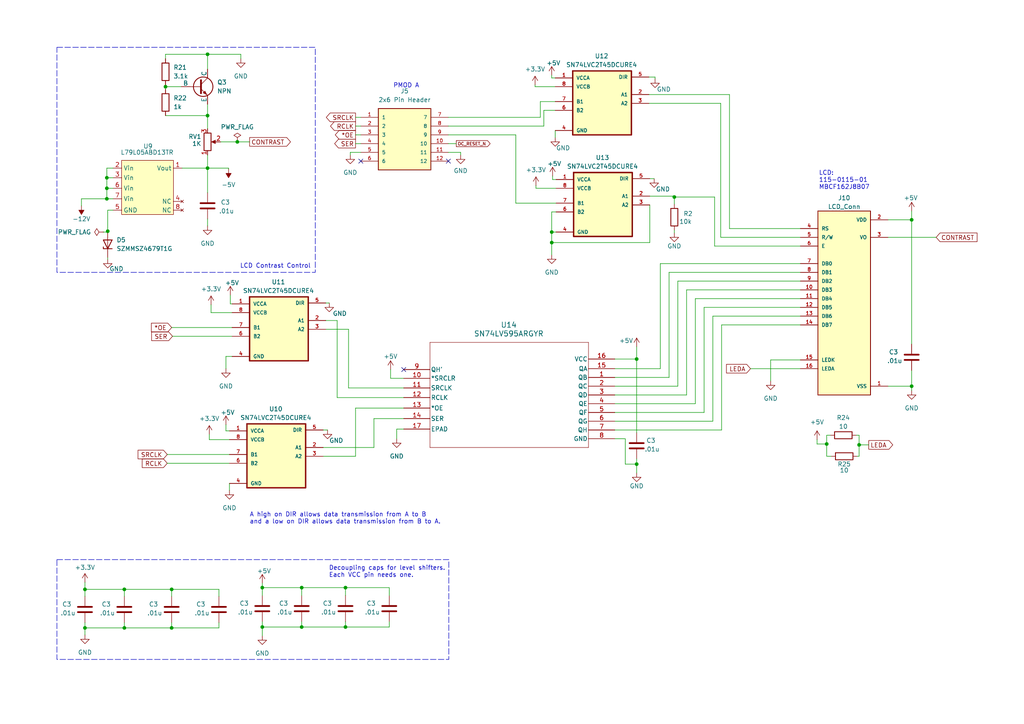
<source format=kicad_sch>
(kicad_sch (version 20230121) (generator eeschema)
  (paper "A4")
  (lib_symbols
    (symbol "CustomSymbols:L79L05ABD13TR"
      (property "Reference" "U10" (at 0 2.794 0))
      (property "Value" "L79L05ABD13TR" (at 0.254 1.016 0))
      (symbol "L79L05ABD13TR_1_1"
        (rectangle (start -7.366 -1.27) (end 7.62 -17.018) (fill (type background)))
        (pin power_out line (at -9.906 -3.556 0) (length 2.54) (name "Vout") (number "1"))
        (pin power_in line (at 10.16 -3.556 180) (length 2.54) (name "Vin") (number "2"))
        (pin power_in line (at 10.16 -6.35 180) (length 2.54) (name "Vin") (number "3"))
        (pin no_connect line (at -9.906 -13.208 0) (length 2.54) (name "NC") (number "4"))
        (pin power_in line (at 10.16 -15.748 180) (length 2.54) (name "GND") (number "5"))
        (pin power_in line (at 10.16 -9.398 180) (length 2.54) (name "Vin") (number "6"))
        (pin power_in line (at 10.16 -12.446 180) (length 2.54) (name "Vin") (number "7"))
        (pin no_connect line (at -9.906 -15.748 0) (length 2.54) (name "NC") (number "8"))
      )
    )
    (symbol "Device:C" (pin_numbers hide) (pin_names (offset 0.254))
      (property "Reference" "C" (at 0.635 2.54 0))
      (property "Value" "C" (at 0.635 -2.54 0))
      (symbol "C_0_1"
        (polyline (pts (xy -2.032 -0.762) (xy 2.032 -0.762)) (stroke (width 0.508)))
        (polyline (pts (xy -2.032 0.762) (xy 2.032 0.762)) (stroke (width 0.508)))
      )
      (symbol "C_1_1"
        (pin passive line (at 0 3.81 270) (length 2.794) (name "~") (number "1"))
        (pin passive line (at 0 -3.81 90) (length 2.794) (name "~") (number "2"))
      )
    )
    (symbol "Device:D_Zener" (pin_numbers hide) (pin_names (offset 1.016) hide)
      (property "Reference" "D" (at 0 2.54 0))
      (property "Value" "D_Zener" (at 0 -2.54 0))
      (symbol "D_Zener_0_1"
        (polyline (pts (xy 1.27 0) (xy -1.27 0)))
        (polyline (pts (xy -1.27 -1.27) (xy -1.27 1.27) (xy -0.762 1.27)) (stroke (width 0.254)))
        (polyline (pts (xy 1.27 -1.27) (xy 1.27 1.27) (xy -1.27 0) (xy 1.27 -1.27)) (stroke (width 0.254)))
      )
      (symbol "D_Zener_1_1"
        (pin passive line (at -3.81 0 0) (length 2.54) (name "K") (number "1"))
        (pin passive line (at 3.81 0 180) (length 2.54) (name "A") (number "2"))
      )
    )
    (symbol "Device:R" (pin_numbers hide) (pin_names (offset 0))
      (property "Reference" "R" (at 2.032 0 90))
      (property "Value" "R" (at 0 0 90))
      (symbol "R_0_1"
        (rectangle (start -1.016 -2.54) (end 1.016 2.54) (stroke (width 0.254)))
      )
      (symbol "R_1_1"
        (pin passive line (at 0 3.81 270) (length 1.27) (name "~") (number "1"))
        (pin passive line (at 0 -3.81 90) (length 1.27) (name "~") (number "2"))
      )
    )
    (symbol "Device:R_Potentiometer" (pin_names (offset 1.016) hide)
      (property "Reference" "RV" (at -4.445 0 90))
      (property "Value" "R_Potentiometer" (at -2.54 0 90))
      (symbol "R_Potentiometer_0_1"
        (polyline (pts (xy 2.54 0) (xy 1.524 0)))
        (polyline (pts (xy 1.143 0) (xy 2.286 0.508) (xy 2.286 -0.508) (xy 1.143 0)) (fill (type outline)))
        (rectangle (start 1.016 2.54) (end -1.016 -2.54) (stroke (width 0.254)))
      )
      (symbol "R_Potentiometer_1_1"
        (pin passive line (at 0 3.81 270) (length 1.27) (name "1") (number "1"))
        (pin passive line (at 3.81 0 180) (length 1.27) (name "2") (number "2"))
        (pin passive line (at 0 -3.81 90) (length 1.27) (name "3") (number "3"))
      )
    )
    (symbol "LCD2X16:LCD2X16" (pin_names (offset 1.016))
      (property "Reference" "U6" (at 0 29.21 0))
      (property "Value" "MBCF162J8B07" (at 0 26.67 0))
      (symbol "LCD2X16_0_0"
        (rectangle (start -7.62 -27.94) (end 7.62 25.4) (stroke (width 0.254)) (fill (type background)))
        (pin power_in line (at 12.7 -25.4 180) (length 5.08) (name "VSS") (number "1"))
        (pin bidirectional line (at -12.7 2.54 0) (length 5.08) (name "DB3") (number "10"))
        (pin bidirectional line (at -12.7 0 0) (length 5.08) (name "DB4") (number "11"))
        (pin bidirectional line (at -12.7 -2.54 0) (length 5.08) (name "DB5") (number "12"))
        (pin bidirectional line (at -12.7 -5.08 0) (length 5.08) (name "DB6") (number "13"))
        (pin bidirectional line (at -12.7 -7.62 0) (length 5.08) (name "DB7") (number "14"))
        (pin power_in line (at 12.7 22.86 180) (length 5.08) (name "VDD") (number "2"))
        (pin input line (at -12.7 20.32 0) (length 5.08) (name "RS") (number "4"))
        (pin input line (at -12.7 17.78 0) (length 5.08) (name "R/W") (number "5"))
        (pin input line (at -12.7 15.24 0) (length 5.08) (name "E") (number "6"))
        (pin bidirectional line (at -12.7 10.16 0) (length 5.08) (name "DB0") (number "7"))
        (pin bidirectional line (at -12.7 7.62 0) (length 5.08) (name "DB1") (number "8"))
        (pin bidirectional line (at -12.7 5.08 0) (length 5.08) (name "DB2") (number "9"))
      )
      (symbol "LCD2X16_1_0"
        (pin passive line (at -12.7 -17.78 0) (length 5.08) (name "LEDK") (number "15"))
        (pin passive line (at -12.7 -20.32 0) (length 5.08) (name "LEDA") (number "16"))
        (pin power_in line (at 12.7 17.78 180) (length 5.08) (name "VO") (number "3"))
      )
    )
    (symbol "SFMC-106-L2-L-D_2" (pin_names (offset 1.016))
      (property "Reference" "J5" (at 0 15.24 0))
      (property "Value" "2x6 Pin Header" (at 0 12.7 0))
      (symbol "SFMC-106-L2-L-D_2_0_0"
        (rectangle (start -7.62 10.16) (end 7.62 -7.62) (stroke (width 0.254)) (fill (type background)))
      )
      (symbol "SFMC-106-L2-L-D_2_1_0"
        (pin passive line (at -12.7 7.62 0) (length 5.08) (name "1") (number "1"))
        (pin passive line (at 12.7 0 180) (length 5.08) (name "10") (number "10"))
        (pin passive line (at 12.7 -2.54 180) (length 5.08) (name "11") (number "11"))
        (pin passive line (at 12.7 -5.08 180) (length 5.08) (name "12") (number "12"))
        (pin passive line (at -12.7 5.08 0) (length 5.08) (name "2") (number "2"))
        (pin passive line (at -12.7 2.54 0) (length 5.08) (name "3") (number "3"))
        (pin passive line (at -12.7 0 0) (length 5.08) (name "4") (number "4"))
        (pin passive line (at -12.7 -2.54 0) (length 5.08) (name "5") (number "5"))
        (pin passive line (at -12.7 -5.08 0) (length 5.08) (name "6") (number "6"))
        (pin passive line (at 12.7 7.62 180) (length 5.08) (name "7") (number "7"))
        (pin passive line (at 12.7 5.08 180) (length 5.08) (name "8") (number "8"))
        (pin passive line (at 12.7 2.54 180) (length 5.08) (name "9") (number "9"))
      )
    )
    (symbol "SN74LV595ARGYR:SN74LV595ARGYR" (pin_names (offset 0.254))
      (property "Reference" "U13" (at 30.48 10.16 0))
      (property "Value" "SN74LV595ARGYR" (at 30.48 7.62 0))
      (symbol "SN74LV595ARGYR_0_1"
        (polyline (pts (xy 7.366 -25.4) (xy 53.34 -25.4)) (stroke (width 0.127)))
        (polyline (pts (xy 7.366 5.08) (xy 7.366 -25.4)) (stroke (width 0.127)))
        (polyline (pts (xy 53.34 -25.4) (xy 53.34 5.08)) (stroke (width 0.127)))
        (polyline (pts (xy 53.34 5.08) (xy 7.366 5.08)) (stroke (width 0.127)))
        (pin output line (at -0.254 -5.08 0) (length 7.62) (name "QB") (number "1"))
        (pin input line (at 60.96 -5.334 180) (length 7.62) (name "*SRCLR") (number "10"))
        (pin input line (at 60.96 -8.128 180) (length 7.62) (name "SRCLK") (number "11"))
        (pin input line (at 60.96 -10.922 180) (length 7.62) (name "RCLK") (number "12"))
        (pin input line (at 60.96 -13.97 180) (length 7.62) (name "*OE") (number "13"))
        (pin input line (at 60.96 -17.018 180) (length 7.62) (name "SER") (number "14"))
        (pin output line (at -0.254 -2.54 0) (length 7.62) (name "QA") (number "15"))
        (pin power_in line (at -0.254 0.254 0) (length 7.62) (name "VCC") (number "16"))
        (pin unspecified line (at 60.96 -20.066 180) (length 7.62) (name "EPAD") (number "17"))
        (pin output line (at -0.254 -7.62 0) (length 7.62) (name "QC") (number "2"))
        (pin output line (at -0.254 -10.16 0) (length 7.62) (name "QD") (number "3"))
        (pin output line (at -0.254 -12.7 0) (length 7.62) (name "QE") (number "4"))
        (pin output line (at -0.254 -15.24 0) (length 7.62) (name "QF") (number "5"))
        (pin output line (at -0.254 -17.78 0) (length 7.62) (name "QG") (number "6"))
        (pin output line (at -0.254 -20.32 0) (length 7.62) (name "QH") (number "7"))
        (pin output line (at 60.96 -2.794 180) (length 7.62) (name "QH'") (number "9"))
      )
      (symbol "SN74LV595ARGYR_1_1"
        (pin power_in line (at -0.254 -22.86 0) (length 7.62) (name "GND") (number "8"))
      )
    )
    (symbol "SN74LVC2T45DCTR_1" (pin_names (offset 1.016))
      (property "Reference" "U11" (at 0 23.368 0))
      (property "Value" "SN74LVC2T45DCTR" (at 0 20.828 0))
      (symbol "SN74LVC2T45DCTR_1_0_0"
        (rectangle (start -8.128 16.256) (end 8.89 -2.286) (stroke (width 0.41)) (fill (type background)))
        (pin power_in line (at 13.97 14.224 180) (length 5.08) (name "VCCA") (number "1"))
        (pin bidirectional line (at -13.208 9.398 0) (length 5.08) (name "A1") (number "2"))
        (pin bidirectional line (at -13.208 6.858 0) (length 5.08) (name "A2") (number "3"))
        (pin power_in line (at 13.97 -1.016 180) (length 5.08) (name "GND") (number "4"))
        (pin input line (at -13.208 14.478 0) (length 5.08) (name "DIR") (number "5"))
        (pin bidirectional line (at 13.97 4.826 180) (length 5.08) (name "B2") (number "6"))
        (pin bidirectional line (at 13.97 7.366 180) (length 5.08) (name "B1") (number "7"))
        (pin power_in line (at 13.97 11.684 180) (length 5.08) (name "VCCB") (number "8"))
      )
    )
    (symbol "Simulation_SPICE:NPN" (pin_numbers hide) (pin_names (offset 0))
      (property "Reference" "Q3" (at 5.334 1.27 0))
      (property "Value" "NPN" (at 5.334 -1.27 0))
      (symbol "NPN_0_1"
        (polyline (pts (xy -2.54 0) (xy 0.635 0)) (stroke (width 0.1524)))
        (polyline (pts (xy 0.635 0.635) (xy 2.54 2.54)))
        (polyline (pts (xy 2.794 -1.27) (xy 2.794 -1.27)) (stroke (width 0.1524)))
        (polyline (pts (xy 2.794 -1.27) (xy 2.794 -1.27)) (stroke (width 0.1524)))
        (polyline (pts (xy 0.635 -0.635) (xy 2.54 -2.54) (xy 2.54 -2.54)))
        (polyline (pts (xy 0.635 1.905) (xy 0.635 -1.905) (xy 0.635 -1.905)) (stroke (width 0.508)))
        (polyline (pts (xy 1.27 -1.778) (xy 1.778 -1.27) (xy 2.286 -2.286) (xy 1.27 -1.778) (xy 1.27 -1.778)) (fill (type outline)))
        (circle (center 1.27 0) (radius 2.8194) (stroke (width 0.254)))
      )
      (symbol "NPN_1_1"
        (pin input line (at 2.54 5.08 270) (length 2.54) (name "C") (number "1"))
        (pin input line (at -5.08 0 0) (length 2.54) (name "B") (number "2"))
        (pin input line (at 2.54 -5.08 90) (length 2.54) (name "E") (number "3"))
      )
    )
    (symbol "power:+3.3V" (power) (pin_names (offset 0))
      (property "Value" "+3.3V" (at 0 3.556 0))
      (symbol "+3.3V_0_1"
        (polyline (pts (xy -0.762 1.27) (xy 0 2.54)))
        (polyline (pts (xy 0 0) (xy 0 2.54)))
        (polyline (pts (xy 0 2.54) (xy 0.762 1.27)))
      )
      (symbol "+3.3V_1_1"
        (pin power_in line (at 0 0 90) (length 0) hide (name "+3.3V") (number "1"))
      )
    )
    (symbol "power:+5V" (power) (pin_names (offset 0))
      (property "Value" "+5V" (at 0 3.556 0))
      (symbol "+5V_0_1"
        (polyline (pts (xy -0.762 1.27) (xy 0 2.54)))
        (polyline (pts (xy 0 0) (xy 0 2.54)))
        (polyline (pts (xy 0 2.54) (xy 0.762 1.27)))
      )
      (symbol "+5V_1_1"
        (pin power_in line (at 0 0 90) (length 0) hide (name "+5V") (number "1"))
      )
    )
    (symbol "power:-12V" (power) (pin_names (offset 0))
      (property "Value" "-12V" (at 0 3.81 0))
      (symbol "-12V_0_0"
        (pin power_in line (at 0 0 90) (length 0) hide (name "-12V") (number "1"))
      )
      (symbol "-12V_0_1"
        (polyline (pts (xy 0 0) (xy 0 1.27) (xy 0.762 1.27) (xy 0 2.54) (xy -0.762 1.27) (xy 0 1.27)) (fill (type outline)))
      )
    )
    (symbol "power:-5V" (power) (pin_names (offset 0))
      (property "Value" "-5V" (at 0 3.81 0))
      (symbol "-5V_0_0"
        (pin power_in line (at 0 0 90) (length 0) hide (name "-5V") (number "1"))
      )
      (symbol "-5V_0_1"
        (polyline (pts (xy 0 0) (xy 0 1.27) (xy 0.762 1.27) (xy 0 2.54) (xy -0.762 1.27) (xy 0 1.27)) (fill (type outline)))
      )
    )
    (symbol "power:GND" (power) (pin_names (offset 0))
      (property "Value" "GND" (at 0 -3.81 0))
      (symbol "GND_0_1"
        (polyline (pts (xy 0 0) (xy 0 -1.27) (xy 1.27 -1.27) (xy 0 -2.54) (xy -1.27 -1.27) (xy 0 -1.27)))
      )
      (symbol "GND_1_1"
        (pin power_in line (at 0 0 270) (length 0) hide (name "GND") (number "1"))
      )
    )
    (symbol "power:PWR_FLAG" (power) (pin_numbers hide) (pin_names (offset 0) hide)
      (property "Value" "PWR_FLAG" (at 0 3.81 0))
      (symbol "PWR_FLAG_0_0"
        (pin power_out line (at 0 0 90) (length 0) (name "pwr") (number "1"))
      )
      (symbol "PWR_FLAG_0_1"
        (polyline (pts (xy 0 0) (xy 0 1.27) (xy -1.016 1.905) (xy 0 2.54) (xy 1.016 1.905) (xy 0 1.27)))
      )
    )
  )
  (junction (at 49.784 182.118))
  (junction (at 160.02 70.358))
  (junction (at 30.988 54.61))
  (junction (at 184.658 104.14))
  (junction (at 76.073 170.434))
  (junction (at 60.198 15.748))
  (junction (at 60.198 48.768))
  (junction (at 264.414 112.014))
  (junction (at 60.198 33.528))
  (junction (at 30.988 57.658))
  (junction (at 68.834 41.148))
  (junction (at 36.068 182.118))
  (junction (at 249.174 129.032))
  (junction (at 100.203 181.864))
  (junction (at 30.988 51.562))
  (junction (at 184.658 134.62))
  (junction (at 49.784 170.942))
  (junction (at 160.02 67.31))
  (junction (at 31.242 67.056))
  (junction (at 24.638 182.118))
  (junction (at 100.203 170.434))
  (junction (at 48.006 25.146))
  (junction (at 36.068 170.942))
  (junction (at 76.073 181.864))
  (junction (at 195.58 57.15))
  (junction (at 264.414 63.754))
  (junction (at 239.776 128.778))
  (junction (at 87.503 170.434))
  (junction (at 24.638 170.942))
  (junction (at 87.503 181.864))
  (no_connect (at 117.094 107.188))
  (no_connect (at 104.648 46.736))
  (no_connect (at 130.048 46.736))
  (wire (pts (xy 87.503 170.434) (xy 87.503 172.72)))
  (wire (pts (xy 24.638 182.118) (xy 24.638 184.15)))
  (wire (pts (xy 48.006 33.528) (xy 60.198 33.528)))
  (wire (pts (xy 94.996 124.714) (xy 93.726 124.714)))
  (wire (pts (xy 66.548 140.208) (xy 66.548 142.24)))
  (wire (pts (xy 60.198 48.768) (xy 60.198 55.88)))
  (wire (pts (xy 189.992 22.352) (xy 189.992 22.86)))
  (wire (pts (xy 207.264 57.15) (xy 207.264 71.374)))
  (wire (pts (xy 155.194 25.146) (xy 161.036 25.146)))
  (wire (pts (xy 66.548 124.968) (xy 65.532 124.968)))
  (wire (pts (xy 188.468 59.436) (xy 188.468 70.358)))
  (wire (pts (xy 76.073 170.434) (xy 76.073 172.72)))
  (wire (pts (xy 60.198 15.748) (xy 60.198 20.066)))
  (wire (pts (xy 103.124 34.036) (xy 104.648 34.036)))
  (wire (pts (xy 115.062 124.46) (xy 115.062 127.254)))
  (wire (pts (xy 209.296 94.234) (xy 232.156 94.234)))
  (wire (pts (xy 195.58 56.896) (xy 195.58 57.15)))
  (wire (pts (xy 178.308 124.714) (xy 209.296 124.714)))
  (wire (pts (xy 32.766 48.768) (xy 30.988 48.768)))
  (wire (pts (xy 32.766 57.658) (xy 30.988 57.658)))
  (wire (pts (xy 178.308 117.094) (xy 201.676 117.094)))
  (wire (pts (xy 60.706 127.508) (xy 66.548 127.508)))
  (wire (pts (xy 178.308 109.474) (xy 194.056 109.474)))
  (wire (pts (xy 112.903 180.34) (xy 112.903 181.864)))
  (wire (pts (xy 209.296 94.234) (xy 209.296 124.714)))
  (wire (pts (xy 161.036 22.606) (xy 160.02 22.606)))
  (wire (pts (xy 103.124 41.656) (xy 104.648 41.656)))
  (wire (pts (xy 188.214 22.352) (xy 189.992 22.352)))
  (wire (pts (xy 156.718 29.464) (xy 161.036 29.464)))
  (wire (pts (xy 209.042 68.834) (xy 232.156 68.834)))
  (wire (pts (xy 76.073 180.34) (xy 76.073 181.864)))
  (wire (pts (xy 36.068 180.594) (xy 36.068 182.118)))
  (wire (pts (xy 103.124 118.364) (xy 117.094 118.364)))
  (wire (pts (xy 93.726 132.334) (xy 103.124 132.334)))
  (wire (pts (xy 87.503 180.34) (xy 87.503 181.864)))
  (wire (pts (xy 191.516 76.454) (xy 191.516 106.934)))
  (wire (pts (xy 206.756 91.694) (xy 232.156 91.694)))
  (wire (pts (xy 195.58 57.15) (xy 207.264 57.15)))
  (wire (pts (xy 217.678 106.934) (xy 232.156 106.934)))
  (wire (pts (xy 97.79 92.964) (xy 97.79 115.316)))
  (wire (pts (xy 249.174 129.032) (xy 251.968 129.032)))
  (wire (pts (xy 60.198 33.528) (xy 60.198 37.338)))
  (wire (pts (xy 113.284 109.728) (xy 117.094 109.728)))
  (wire (pts (xy 49.784 94.996) (xy 67.31 94.996)))
  (wire (pts (xy 184.658 134.62) (xy 184.658 137.16)))
  (wire (pts (xy 24.638 180.594) (xy 24.638 182.118)))
  (wire (pts (xy 100.203 170.434) (xy 100.203 172.72)))
  (wire (pts (xy 178.308 104.14) (xy 184.658 104.14)))
  (wire (pts (xy 30.988 51.562) (xy 30.988 54.61)))
  (wire (pts (xy 36.068 182.118) (xy 49.784 182.118)))
  (wire (pts (xy 195.58 57.15) (xy 195.58 59.182)))
  (wire (pts (xy 236.982 127.508) (xy 236.982 128.778)))
  (wire (pts (xy 60.198 63.5) (xy 60.198 65.532)))
  (wire (pts (xy 108.458 121.412) (xy 117.094 121.412)))
  (wire (pts (xy 196.596 81.534) (xy 232.156 81.534)))
  (wire (pts (xy 178.308 122.174) (xy 206.756 122.174)))
  (wire (pts (xy 60.198 48.768) (xy 66.294 48.768)))
  (wire (pts (xy 161.29 61.468) (xy 160.02 61.468)))
  (wire (pts (xy 178.308 119.634) (xy 204.216 119.634)))
  (wire (pts (xy 160.274 51.054) (xy 160.274 52.07)))
  (wire (pts (xy 87.503 181.864) (xy 76.073 181.864)))
  (wire (pts (xy 49.784 182.118) (xy 63.5 182.118)))
  (wire (pts (xy 181.356 134.62) (xy 184.658 134.62)))
  (wire (pts (xy 24.638 170.942) (xy 24.638 172.974)))
  (wire (pts (xy 204.216 89.154) (xy 232.156 89.154)))
  (wire (pts (xy 60.198 30.226) (xy 60.198 33.528)))
  (wire (pts (xy 130.048 41.656) (xy 132.334 41.656)))
  (wire (pts (xy 97.79 115.316) (xy 117.094 115.316)))
  (wire (pts (xy 64.008 41.148) (xy 68.834 41.148)))
  (wire (pts (xy 160.02 67.31) (xy 160.02 70.358)))
  (wire (pts (xy 133.604 44.196) (xy 133.604 44.958)))
  (wire (pts (xy 30.988 57.658) (xy 23.622 57.658)))
  (wire (pts (xy 66.802 88.138) (xy 67.31 88.138)))
  (wire (pts (xy 211.582 27.432) (xy 211.582 66.294)))
  (wire (pts (xy 69.85 17.018) (xy 69.85 15.748)))
  (wire (pts (xy 101.092 112.522) (xy 117.094 112.522)))
  (wire (pts (xy 194.056 78.994) (xy 194.056 109.474)))
  (wire (pts (xy 184.658 100.584) (xy 184.658 104.14)))
  (wire (pts (xy 155.448 54.61) (xy 155.448 53.848)))
  (wire (pts (xy 66.548 134.366) (xy 48.514 134.366)))
  (wire (pts (xy 207.264 71.374) (xy 232.156 71.374)))
  (wire (pts (xy 240.792 126.238) (xy 239.776 126.238)))
  (wire (pts (xy 66.294 49.022) (xy 66.294 48.768)))
  (wire (pts (xy 194.056 78.994) (xy 232.156 78.994)))
  (wire (pts (xy 189.738 51.816) (xy 188.468 51.816)))
  (wire (pts (xy 161.29 52.07) (xy 160.274 52.07)))
  (wire (pts (xy 50.038 97.536) (xy 67.31 97.536)))
  (wire (pts (xy 249.174 126.238) (xy 248.412 126.238)))
  (wire (pts (xy 103.124 39.116) (xy 104.648 39.116)))
  (wire (pts (xy 36.068 170.942) (xy 49.784 170.942)))
  (wire (pts (xy 113.284 107.188) (xy 113.284 109.728)))
  (wire (pts (xy 52.832 48.768) (xy 60.198 48.768)))
  (wire (pts (xy 188.468 70.358) (xy 160.02 70.358)))
  (wire (pts (xy 31.242 67.31) (xy 31.242 67.056)))
  (wire (pts (xy 160.02 61.468) (xy 160.02 67.31)))
  (wire (pts (xy 178.308 114.554) (xy 199.136 114.554)))
  (wire (pts (xy 76.073 181.864) (xy 76.073 184.404)))
  (wire (pts (xy 156.718 34.036) (xy 130.048 34.036)))
  (wire (pts (xy 63.5 180.594) (xy 63.5 182.118)))
  (wire (pts (xy 31.242 74.676) (xy 31.242 75.184)))
  (wire (pts (xy 184.658 133.096) (xy 184.658 134.62)))
  (wire (pts (xy 117.094 124.46) (xy 115.062 124.46)))
  (wire (pts (xy 32.766 51.562) (xy 30.988 51.562)))
  (wire (pts (xy 257.556 68.834) (xy 271.526 68.834)))
  (wire (pts (xy 49.784 180.594) (xy 49.784 182.118)))
  (wire (pts (xy 76.073 170.434) (xy 87.503 170.434)))
  (wire (pts (xy 30.988 48.768) (xy 30.988 51.562)))
  (wire (pts (xy 201.676 86.614) (xy 201.676 117.094)))
  (wire (pts (xy 248.666 132.334) (xy 249.174 132.334)))
  (wire (pts (xy 108.458 129.794) (xy 108.458 121.412)))
  (wire (pts (xy 24.638 168.91) (xy 24.638 170.942)))
  (wire (pts (xy 264.414 63.754) (xy 264.414 61.214)))
  (wire (pts (xy 223.52 104.394) (xy 232.156 104.394)))
  (wire (pts (xy 188.214 27.432) (xy 211.582 27.432)))
  (wire (pts (xy 101.6 44.958) (xy 101.6 44.196)))
  (wire (pts (xy 94.488 95.504) (xy 101.092 95.504)))
  (wire (pts (xy 160.02 67.31) (xy 161.29 67.31)))
  (wire (pts (xy 223.52 104.394) (xy 223.52 110.49)))
  (wire (pts (xy 161.036 37.846) (xy 161.036 39.878)))
  (wire (pts (xy 48.006 24.638) (xy 48.006 25.146)))
  (wire (pts (xy 48.006 17.018) (xy 48.006 15.748)))
  (wire (pts (xy 31.242 60.96) (xy 31.242 67.056)))
  (wire (pts (xy 155.194 25.146) (xy 155.194 24.638)))
  (wire (pts (xy 60.198 44.958) (xy 60.198 48.768)))
  (wire (pts (xy 195.58 66.802) (xy 195.58 67.564)))
  (wire (pts (xy 87.503 181.864) (xy 100.203 181.864)))
  (wire (pts (xy 211.582 66.294) (xy 232.156 66.294)))
  (wire (pts (xy 188.468 56.896) (xy 195.58 56.896)))
  (wire (pts (xy 249.174 126.238) (xy 249.174 129.032)))
  (wire (pts (xy 61.214 88.392) (xy 61.214 90.678)))
  (wire (pts (xy 257.556 112.014) (xy 264.414 112.014)))
  (wire (pts (xy 87.503 170.434) (xy 100.203 170.434)))
  (wire (pts (xy 201.676 86.614) (xy 232.156 86.614)))
  (wire (pts (xy 264.414 112.014) (xy 264.414 113.284)))
  (wire (pts (xy 249.174 129.032) (xy 249.174 132.334)))
  (wire (pts (xy 48.514 131.826) (xy 66.548 131.826)))
  (wire (pts (xy 100.203 181.864) (xy 112.903 181.864)))
  (wire (pts (xy 65.532 103.378) (xy 67.31 103.378)))
  (wire (pts (xy 204.216 89.154) (xy 204.216 119.634)))
  (wire (pts (xy 36.068 182.118) (xy 24.638 182.118)))
  (wire (pts (xy 199.136 84.074) (xy 232.156 84.074)))
  (wire (pts (xy 32.766 54.61) (xy 30.988 54.61)))
  (wire (pts (xy 178.308 106.934) (xy 191.516 106.934)))
  (wire (pts (xy 30.988 54.61) (xy 30.988 57.658)))
  (wire (pts (xy 206.756 91.694) (xy 206.756 122.174)))
  (wire (pts (xy 199.136 84.074) (xy 199.136 114.554)))
  (wire (pts (xy 157.734 36.576) (xy 130.048 36.576)))
  (wire (pts (xy 149.606 58.928) (xy 161.29 58.928)))
  (wire (pts (xy 149.606 39.116) (xy 149.606 58.928)))
  (wire (pts (xy 209.042 29.972) (xy 209.042 68.834)))
  (wire (pts (xy 63.5 172.974) (xy 63.5 170.942)))
  (wire (pts (xy 188.214 29.972) (xy 209.042 29.972)))
  (wire (pts (xy 103.124 132.334) (xy 103.124 118.364)))
  (wire (pts (xy 93.726 129.794) (xy 108.458 129.794)))
  (wire (pts (xy 94.488 92.964) (xy 97.79 92.964)))
  (wire (pts (xy 191.516 76.454) (xy 232.156 76.454)))
  (wire (pts (xy 257.556 63.754) (xy 264.414 63.754)))
  (wire (pts (xy 239.776 132.334) (xy 241.046 132.334)))
  (wire (pts (xy 69.85 15.748) (xy 60.198 15.748)))
  (wire (pts (xy 76.073 169.164) (xy 76.073 170.434)))
  (wire (pts (xy 155.448 54.61) (xy 161.29 54.61)))
  (wire (pts (xy 239.776 126.238) (xy 239.776 128.778)))
  (wire (pts (xy 178.308 112.014) (xy 196.596 112.014)))
  (wire (pts (xy 94.488 87.884) (xy 95.504 87.884)))
  (wire (pts (xy 196.596 81.534) (xy 196.596 112.014)))
  (wire (pts (xy 178.308 127.254) (xy 181.356 127.254)))
  (wire (pts (xy 103.124 36.576) (xy 104.648 36.576)))
  (wire (pts (xy 112.903 170.434) (xy 112.903 172.72)))
  (wire (pts (xy 65.532 123.19) (xy 65.532 124.968)))
  (wire (pts (xy 157.734 32.004) (xy 161.036 32.004)))
  (wire (pts (xy 100.203 170.434) (xy 112.903 170.434)))
  (wire (pts (xy 60.706 127.508) (xy 60.706 125.984)))
  (wire (pts (xy 157.734 32.004) (xy 157.734 36.576)))
  (wire (pts (xy 160.02 70.358) (xy 160.02 73.914)))
  (wire (pts (xy 156.718 29.464) (xy 156.718 34.036)))
  (wire (pts (xy 101.092 95.504) (xy 101.092 112.522)))
  (wire (pts (xy 181.356 134.62) (xy 181.356 127.254)))
  (wire (pts (xy 160.02 21.844) (xy 160.02 22.606)))
  (wire (pts (xy 61.214 90.678) (xy 67.31 90.678)))
  (wire (pts (xy 68.834 41.148) (xy 72.39 41.148)))
  (wire (pts (xy 29.972 67.31) (xy 31.242 67.31)))
  (wire (pts (xy 49.784 170.942) (xy 63.5 170.942)))
  (wire (pts (xy 49.784 172.974) (xy 49.784 170.942)))
  (wire (pts (xy 239.776 128.778) (xy 239.776 132.334)))
  (wire (pts (xy 48.006 25.146) (xy 48.006 25.908)))
  (wire (pts (xy 130.048 44.196) (xy 133.604 44.196)))
  (wire (pts (xy 130.048 39.116) (xy 149.606 39.116)))
  (wire (pts (xy 48.006 15.748) (xy 60.198 15.748)))
  (wire (pts (xy 264.414 63.754) (xy 264.414 99.822)))
  (wire (pts (xy 101.6 44.196) (xy 104.648 44.196)))
  (wire (pts (xy 36.068 172.974) (xy 36.068 170.942)))
  (wire (pts (xy 100.203 180.34) (xy 100.203 181.864)))
  (wire (pts (xy 48.006 25.146) (xy 52.578 25.146)))
  (wire (pts (xy 24.638 170.942) (xy 36.068 170.942)))
  (wire (pts (xy 65.532 103.378) (xy 65.532 106.934)))
  (wire (pts (xy 23.622 57.658) (xy 23.622 59.69)))
  (wire (pts (xy 184.658 104.14) (xy 184.658 125.476)))
  (wire (pts (xy 66.802 85.598) (xy 66.802 88.138)))
  (wire (pts (xy 264.414 107.442) (xy 264.414 112.014)))
  (wire (pts (xy 32.766 60.96) (xy 31.242 60.96)))
  (wire (pts (xy 236.982 128.778) (xy 239.776 128.778)))
  (rectangle (start 16.51 13.716) (end 91.44 78.994) (stroke (width 0) (type dash)))
  (rectangle (start 16.51 162.306) (end 130.175 191.262) (stroke (width 0) (type dash)))
  (text "Decoupling caps for level shifters.\nEach VCC pin needs one.\n" (at 95.377 167.64 0) (effects (font (size 1.27 1.27)) (justify left bottom)))
  (text "\n" (at 121.666 128.524 0) (effects (font (size 1.27 1.27)) (justify left bottom)))
  (text "LCD Contrast Control" (at 69.596 77.978 0) (effects (font (size 1.27 1.27)) (justify left bottom)))
  (text "LCD:\n115-0115-01\nMBCF162J8B07" (at 237.49 55.118 0) (effects (font (size 1.27 1.27)) (justify left bottom)))
  (text "A high on DIR allows data transmission from A to B \nand a low on DIR allows data transmission from B to A.\n" (at 72.39 152.146 0) (effects (font (size 1.27 1.27)) (justify left bottom)))
  (text "PMOD A" (at 114.046 25.654 0) (effects (font (size 1.27 1.27)) (justify left bottom)))
  (global_label "SRCLK" (shape output) (at 103.124 34.036 180) (property "Intersheetrefs" "${INTERSHEET_REFS}" (effects hide)))
  (global_label "*OE" (shape output) (at 103.124 39.116 180) (property "Intersheetrefs" "${INTERSHEET_REFS}" (effects hide)))
  (global_label "OC_RESET_N" (shape output) (at 132.334 41.656 0) (effects (font (size 0.889 0.889))) (property "Intersheetrefs" "${INTERSHEET_REFS}" (effects hide)))
  (global_label "CONTRAST" (shape input) (at 271.526 68.834 0) (property "Intersheetrefs" "${INTERSHEET_REFS}" (effects hide)))
  (global_label "SER" (shape input) (at 50.038 97.536 180) (property "Intersheetrefs" "${INTERSHEET_REFS}" (effects hide)))
  (global_label "RCLK" (shape input) (at 48.514 134.366 180) (property "Intersheetrefs" "${INTERSHEET_REFS}" (effects hide)))
  (global_label "LEDA" (shape output) (at 251.968 129.032 0) (property "Intersheetrefs" "${INTERSHEET_REFS}" (effects hide)))
  (global_label "CONTRAST" (shape output) (at 72.39 41.148 0) (property "Intersheetrefs" "${INTERSHEET_REFS}" (effects hide)))
  (global_label "RCLK" (shape output) (at 103.124 36.576 180) (property "Intersheetrefs" "${INTERSHEET_REFS}" (effects hide)))
  (global_label "*OE" (shape input) (at 49.784 94.996 180) (property "Intersheetrefs" "${INTERSHEET_REFS}" (effects hide)))
  (global_label "LEDA" (shape input) (at 217.678 106.934 180) (property "Intersheetrefs" "${INTERSHEET_REFS}" (effects hide)))
  (global_label "SRCLK" (shape input) (at 48.514 131.826 180) (property "Intersheetrefs" "${INTERSHEET_REFS}" (effects hide)))
  (global_label "SER" (shape output) (at 103.124 41.656 180) (property "Intersheetrefs" "${INTERSHEET_REFS}" (effects hide)))
  (symbol (lib_id "power:+5V") (at 160.274 51.054 0) (mirror y) (unit 1)
    (property "Reference" "#PWR074" (effects hide))
    (property "Value" "+5V" (at 160.782 47.498 0))
    (instances (project "FullSchematic" (path "" (reference "#PWR074") (unit 1))) (project "Senior Design HMI Schematic R2 20230722_MB" (path "" (reference "#PWR033") (unit 1)) (path "" (reference "#PWR041") (unit 1))))
  )
  (symbol (lib_id "power:GND") (at 189.992 22.86 0) (mirror y) (unit 1)
    (property "Reference" "#PWR079" (effects hide))
    (property "Value" "GND" (at 192.532 25.908 0))
    (instances (project "FullSchematic" (path "" (reference "#PWR079") (unit 1))) (project "Senior Design HMI Schematic R2 20230722_MB" (path "" (reference "#PWR08") (unit 1)) (path "" (reference "#PWR036") (unit 1))))
  )
  (symbol (lib_id "power:+5V") (at 76.073 169.164 0) (mirror y) (unit 1)
    (property "Reference" "#PWR062" (effects hide))
    (property "Value" "+5V" (at 76.581 165.608 0))
    (instances (project "FullSchematic" (path "" (reference "#PWR062") (unit 1))) (project "Senior Design HMI Schematic R2 20230722_MB" (path "" (reference "#PWR033") (unit 1)) (path "" (reference "#PWR041") (unit 1))))
  )
  (symbol (lib_id "power:GND") (at 69.85 17.018 0) (unit 1)
    (property "Reference" "#PWR061" (effects hide))
    (property "Value" "GND" (at 69.85 22.098 0))
    (instances (project "FullSchematic" (path "" (reference "#PWR061") (unit 1))) (project "Senior Design HMI Schematic R2 20230722_MB" (path "" (reference "#PWR08") (unit 1)) (path "" (reference "#PWR036") (unit 1))))
  )
  (symbol (lib_id "Device:R") (at 48.006 20.828 180) (unit 1)
    (property "Reference" "R21" (at 50.292 19.558 0) (effects (justify right)))
    (property "Value" "3.1k" (at 50.292 22.098 0) (effects (justify right)))
    (property "Footprint" "Resistor_SMD:R_1206_3216Metric" (effects hide))
    (property "SEL P/N" "255-3011" (effects hide))
    (property "MFG P/N" "CRCW12063K01FKEB" (effects hide))
    (instances (project "FullSchematic" (path "" (reference "R21") (unit 1))) (project "Senior Design HMI Schematic R2 20230722_MB" (path "" (reference "R24") (unit 1)) (path "" (reference "R36") (unit 1))))
  )
  (symbol (lib_id "power:GND") (at 133.604 44.958 0) (unit 1)
    (property "Reference" "#PWR069" (effects hide))
    (property "Value" "GND" (at 133.604 49.53 0))
    (instances (project "FullSchematic" (path "" (reference "#PWR069") (unit 1))) (project "Senior Design HMI Schematic R2 20230722_MB" (path "" (reference "#PWR010") (unit 1)) (path "" (reference "#PWR040") (unit 1))))
  )
  (symbol (lib_id "Device:C") (at 100.203 176.53 0) (unit 1)
    (property "Reference" "C3" (at 93.599 175.006 0) (effects (justify left)))
    (property "Value" ".01u" (at 93.091 177.546 0) (effects (justify left)))
    (property "Footprint" "Capacitor_SMD:C_0805_2012Metric" (effects hide))
    (property "SEL P/N" "406-0345" (effects hide))
    (property "MFG P/N" "C0805C103F5GACTU" (effects hide))
    (instances (project "FullSchematic" (path "" (reference "C3") (unit 1)) (path "" (reference "C30") (unit 1))) (project "Senior Design HMI Schematic R2 20230722_MB" (path "" (reference "C1") (unit 1)) (path "" (reference "C1") (unit 1))))
  )
  (symbol (lib_id "power:PWR_FLAG") (at 29.972 67.31 90) (unit 1)
    (property "Reference" "#FLG08" (effects hide))
    (property "Value" "PWR_FLAG" (at 26.416 67.31 90) (effects (justify left)))
  )
  (symbol (lib_id "power:GND") (at 66.548 142.24 0) (mirror y) (unit 1)
    (property "Reference" "#PWR059" (effects hide))
    (property "Value" "GND" (at 66.548 147.32 0))
    (instances (project "FullSchematic" (path "" (reference "#PWR059") (unit 1))) (project "Senior Design HMI Schematic R2 20230722_MB" (path "" (reference "#PWR08") (unit 1)) (path "" (reference "#PWR036") (unit 1))))
  )
  (symbol (lib_id "power:+5V") (at 264.414 61.214 0) (unit 1)
    (property "Reference" "#PWR083" (effects hide))
    (property "Value" "+5V" (at 264.16 57.404 0))
    (instances (project "FullSchematic" (path "" (reference "#PWR083") (unit 1))) (project "Senior Design HMI Schematic R2 20230722_MB" (path "" (reference "#PWR05") (unit 1)) (path "" (reference "#PWR047") (unit 1))))
  )
  (symbol (lib_id "Device:R") (at 48.006 29.718 180) (unit 1)
    (property "Reference" "R22" (at 50.292 28.448 0) (effects (justify right)))
    (property "Value" "1k" (at 50.292 30.988 0) (effects (justify right)))
    (property "Footprint" "Resistor_SMD:R_0603_1608Metric" (effects hide))
    (property "SEL P/N" "254-0034" (effects hide))
    (property "MFG P/N" "RN731JTTED1001B25" (effects hide))
    (instances (project "FullSchematic" (path "" (reference "R22") (unit 1))) (project "Senior Design HMI Schematic R2 20230722_MB" (path "" (reference "R24") (unit 1)) (path "" (reference "R36") (unit 1))))
  )
  (symbol (lib_id "Device:R_Potentiometer") (at 60.198 41.148 0) (mirror x) (unit 1)
    (property "Reference" "RV1" (at 58.42 39.624 0) (effects (justify right)))
    (property "Value" "1K" (at 58.42 41.656 0) (effects (justify right)))
    (property "Footprint" "CustomFootprints:3386W-1-102RLF" (effects hide))
    (property "SEL P/N" "260-0860" (effects hide))
    (property "MFG P/N" "3386W-1-102RLF" (effects hide))
  )
  (symbol (lib_id "Device:C") (at 60.198 59.69 0) (unit 1)
    (property "Reference" "C3" (at 64.008 58.674 0) (effects (justify left)))
    (property "Value" ".01u" (at 63.5 61.214 0) (effects (justify left)))
    (property "Footprint" "Capacitor_SMD:C_0805_2012Metric" (effects hide))
    (property "SEL P/N" "406-0345" (effects hide))
    (property "MFG P/N" "C0805C103F5GACTU" (effects hide))
    (instances (project "FullSchematic" (path "" (reference "C3") (unit 1)) (path "" (reference "C26") (unit 1))) (project "Senior Design HMI Schematic R2 20230722_MB" (path "" (reference "C1") (unit 1)) (path "" (reference "C1") (unit 1))))
  )
  (symbol (lib_id "power:+5V") (at 66.802 85.598 0) (mirror y) (unit 1)
    (property "Reference" "#PWR060" (effects hide))
    (property "Value" "+5V" (at 67.31 82.042 0))
    (instances (project "FullSchematic" (path "" (reference "#PWR060") (unit 1))) (project "Senior Design HMI Schematic R2 20230722_MB" (path "" (reference "#PWR033") (unit 1)) (path "" (reference "#PWR041") (unit 1))))
  )
  (symbol (lib_id "Device:C") (at 112.903 176.53 0) (unit 1)
    (property "Reference" "C3" (at 106.299 175.006 0) (effects (justify left)))
    (property "Value" ".01u" (at 105.791 177.546 0) (effects (justify left)))
    (property "Footprint" "Capacitor_SMD:C_0805_2012Metric" (effects hide))
    (property "SEL P/N" "406-0345" (effects hide))
    (property "MFG P/N" "C0805C103F5GACTU" (effects hide))
    (instances (project "FullSchematic" (path "" (reference "C3") (unit 1)) (path "" (reference "C31") (unit 1))) (project "Senior Design HMI Schematic R2 20230722_MB" (path "" (reference "C1") (unit 1)) (path "" (reference "C1") (unit 1))))
  )
  (symbol (lib_id "power:GND") (at 160.02 73.914 0) (mirror y) (unit 1)
    (property "Reference" "#PWR073" (effects hide))
    (property "Value" "GND" (at 160.02 78.994 0))
    (instances (project "FullSchematic" (path "" (reference "#PWR073") (unit 1))) (project "Senior Design HMI Schematic R2 20230722_MB" (path "" (reference "#PWR08") (unit 1)) (path "" (reference "#PWR036") (unit 1))))
  )
  (symbol (lib_id "power:-5V") (at 66.294 49.022 180) (unit 1)
    (property "Reference" "#PWR058" (effects hide))
    (property "Value" "-5V" (at 66.294 53.594 0))
  )
  (symbol (lib_id "power:GND") (at 65.532 106.934 0) (mirror y) (unit 1)
    (property "Reference" "#PWR056" (effects hide))
    (property "Value" "GND" (at 65.532 112.014 0))
    (instances (project "FullSchematic" (path "" (reference "#PWR056") (unit 1))) (project "Senior Design HMI Schematic R2 20230722_MB" (path "" (reference "#PWR08") (unit 1)) (path "" (reference "#PWR036") (unit 1))))
  )
  (symbol (lib_id "power:+3.3V") (at 24.638 168.91 0) (mirror y) (unit 1)
    (property "Reference" "#PWR050" (effects hide))
    (property "Value" "+3.3V" (at 24.638 164.592 0))
  )
  (symbol (lib_id "power:GND") (at 31.242 75.184 0) (unit 1)
    (property "Reference" "#PWR052" (effects hide))
    (property "Value" "GND" (at 33.782 77.978 0))
    (instances (project "FullSchematic" (path "" (reference "#PWR052") (unit 1))) (project "Senior Design HMI Schematic R2 20230722_MB" (path "" (reference "#PWR08") (unit 1)) (path "" (reference "#PWR036") (unit 1))))
  )
  (symbol (lib_name "SN74LVC2T45DCTR_1") (lib_id "SN74LVC2T45DCTR:SN74LVC2T45DCTR") (at 175.26 66.294 0) (mirror y) (unit 1)
    (property "Reference" "U13" (at 174.752 45.72 0))
    (property "Value" "SN74LVC2T45DCURE4" (at 174.752 48.26 0))
    (property "Footprint" "CustomFootprints:SN74LVC2T45DCURE4" (effects hide))
    (property "SEL P/N" "431-0746" (effects hide))
    (property "MFG P/N" "SN74LVC2T45DCURE4" (effects hide))
  )
  (symbol (lib_id "power:+3.3V") (at 60.706 125.984 0) (unit 1)
    (property "Reference" "#PWR054" (effects hide))
    (property "Value" "+3.3V" (at 60.706 121.412 0))
  )
  (symbol (lib_id "Device:C") (at 49.784 176.784 0) (unit 1)
    (property "Reference" "C3" (at 43.18 175.26 0) (effects (justify left)))
    (property "Value" ".01u" (at 42.672 177.8 0) (effects (justify left)))
    (property "Footprint" "Capacitor_SMD:C_0805_2012Metric" (effects hide))
    (property "SEL P/N" "406-0345" (effects hide))
    (property "MFG P/N" "C0805C103F5GACTU" (effects hide))
    (instances (project "FullSchematic" (path "" (reference "C3") (unit 1)) (path "" (reference "C25") (unit 1))) (project "Senior Design HMI Schematic R2 20230722_MB" (path "" (reference "C1") (unit 1)) (path "" (reference "C1") (unit 1))))
  )
  (symbol (lib_id "power:+5V") (at 65.532 123.19 0) (mirror y) (unit 1)
    (property "Reference" "#PWR057" (effects hide))
    (property "Value" "+5V" (at 66.04 119.634 0))
    (instances (project "FullSchematic" (path "" (reference "#PWR057") (unit 1))) (project "Senior Design HMI Schematic R2 20230722_MB" (path "" (reference "#PWR033") (unit 1)) (path "" (reference "#PWR041") (unit 1))))
  )
  (symbol (lib_id "Device:C") (at 63.5 176.784 0) (unit 1)
    (property "Reference" "C3" (at 56.896 175.26 0) (effects (justify left)))
    (property "Value" ".01u" (at 56.388 177.8 0) (effects (justify left)))
    (property "Footprint" "Capacitor_SMD:C_0805_2012Metric" (effects hide))
    (property "SEL P/N" "406-0345" (effects hide))
    (property "MFG P/N" "C0805C103F5GACTU" (effects hide))
    (instances (project "FullSchematic" (path "" (reference "C3") (unit 1)) (path "" (reference "C27") (unit 1))) (project "Senior Design HMI Schematic R2 20230722_MB" (path "" (reference "C1") (unit 1)) (path "" (reference "C1") (unit 1))))
  )
  (symbol (lib_id "LCD2X16:LCD2X16") (at 244.856 86.614 0) (unit 1)
    (property "Reference" "J10" (at 244.856 57.404 0))
    (property "Value" "LCD_Conn" (at 244.856 59.944 0))
    (property "Footprint" "CustomFootprints:1-534237-4" (effects hide))
    (property "SEL P/N" "090-0716" (effects hide))
    (property "MFG P/N" "1-534237-4" (effects hide))
    (instances (project "FullSchematic" (path "" (reference "J10") (unit 1))) (project "Senior Design HMI Schematic R2 20230722_MB" (path "" (reference "U1") (unit 1)) (path "" (reference "U6") (unit 1))))
  )
  (symbol (lib_id "power:GND") (at 223.52 110.49 0) (unit 1)
    (property "Reference" "#PWR081" (effects hide))
    (property "Value" "GND" (at 223.52 115.57 0))
    (instances (project "FullSchematic" (path "" (reference "#PWR081") (unit 1))) (project "Senior Design HMI Schematic R2 20230722_MB" (path "" (reference "#PWR027") (unit 1)) (path "" (reference "#PWR046") (unit 1))))
  )
  (symbol (lib_id "power:GND") (at 76.073 184.404 0) (mirror y) (unit 1)
    (property "Reference" "#PWR063" (effects hide))
    (property "Value" "GND" (at 76.073 189.484 0))
    (instances (project "FullSchematic" (path "" (reference "#PWR063") (unit 1))) (project "Senior Design HMI Schematic R2 20230722_MB" (path "" (reference "#PWR08") (unit 1)) (path "" (reference "#PWR036") (unit 1))))
  )
  (symbol (lib_id "power:-12V") (at 23.622 59.69 0) (mirror x) (unit 1)
    (property "Reference" "#PWR049" (effects hide))
    (property "Value" "-12V" (at 23.622 63.5 0))
    (instances (project "FullSchematic" (path "" (reference "#PWR049") (unit 1))) (project "Senior Design HMI Schematic R2 20230722_MB" (path "" (reference "#PWR021") (unit 1)) (path "" (reference "#PWR050") (unit 1))))
  )
  (symbol (lib_id "power:GND") (at 94.996 124.714 0) (mirror y) (unit 1)
    (property "Reference" "#PWR064" (effects hide))
    (property "Value" "GND" (at 97.536 127.762 0))
    (instances (project "FullSchematic" (path "" (reference "#PWR064") (unit 1))) (project "Senior Design HMI Schematic R2 20230722_MB" (path "" (reference "#PWR08") (unit 1)) (path "" (reference "#PWR036") (unit 1))))
  )
  (symbol (lib_id "Device:C") (at 36.068 176.784 0) (unit 1)
    (property "Reference" "C3" (at 29.464 175.26 0) (effects (justify left)))
    (property "Value" ".01u" (at 28.956 177.8 0) (effects (justify left)))
    (property "Footprint" "Capacitor_SMD:C_0805_2012Metric" (effects hide))
    (property "SEL P/N" "406-0345" (effects hide))
    (property "MFG P/N" "C0805C103F5GACTU" (effects hide))
    (instances (project "FullSchematic" (path "" (reference "C3") (unit 1)) (path "" (reference "C24") (unit 1))) (project "Senior Design HMI Schematic R2 20230722_MB" (path "" (reference "C1") (unit 1)) (path "" (reference "C1") (unit 1))))
  )
  (symbol (lib_id "Simulation_SPICE:NPN") (at 57.658 25.146 0) (unit 1)
    (property "Reference" "Q3" (at 62.992 23.876 0) (effects (justify left)))
    (property "Value" "NPN" (at 62.992 26.416 0) (effects (justify left)))
    (property "Footprint" "Package_TO_SOT_SMD:TSOT-23" (effects hide))
    (property "SEL P/N" "487-0001" (effects hide))
    (property "MFG P/N" "MMBT2222A" (effects hide))
  )
  (symbol (lib_id "Device:C") (at 184.658 129.286 0) (unit 1)
    (property "Reference" "C3" (at 187.452 127.762 0) (effects (justify left)))
    (property "Value" ".01u" (at 186.944 130.302 0) (effects (justify left)))
    (property "Footprint" "Capacitor_SMD:C_0805_2012Metric" (effects hide))
    (property "SEL P/N" "406-0345" (effects hide))
    (property "MFG P/N" "C0805C103F5GACTU" (effects hide))
    (instances (project "FullSchematic" (path "" (reference "C3") (unit 1)) (path "" (reference "C32") (unit 1))) (project "Senior Design HMI Schematic R2 20230722_MB" (path "" (reference "C1") (unit 1)) (path "" (reference "C1") (unit 1))))
  )
  (symbol (lib_id "power:PWR_FLAG") (at 68.834 41.148 0) (unit 1)
    (property "Reference" "#FLG09" (effects hide))
    (property "Value" "PWR_FLAG" (at 68.834 36.83 0))
  )
  (symbol (lib_id "Device:C") (at 87.503 176.53 0) (unit 1)
    (property "Reference" "C3" (at 80.899 175.006 0) (effects (justify left)))
    (property "Value" ".01u" (at 80.391 177.546 0) (effects (justify left)))
    (property "Footprint" "Capacitor_SMD:C_0805_2012Metric" (effects hide))
    (property "SEL P/N" "406-0345" (effects hide))
    (property "MFG P/N" "C0805C103F5GACTU" (effects hide))
    (instances (project "FullSchematic" (path "" (reference "C3") (unit 1)) (path "" (reference "C29") (unit 1))) (project "Senior Design HMI Schematic R2 20230722_MB" (path "" (reference "C1") (unit 1)) (path "" (reference "C1") (unit 1))))
  )
  (symbol (lib_id "Device:R") (at 244.856 132.334 90) (unit 1)
    (property "Reference" "R25" (at 244.856 134.62 90))
    (property "Value" "10" (at 244.856 136.398 90))
    (property "Footprint" "Resistor_SMD:R_1206_3216Metric" (effects hide))
    (property "SEL P/N" "255-1002" (effects hide))
    (property "MFG P/N" "CRCW120610K0FKEA" (effects hide))
    (instances (project "FullSchematic" (path "" (reference "R25") (unit 1))) (project "Senior Design HMI Schematic R2 20230722_MB" (path "" (reference "R9") (unit 1)) (path "" (reference "R24") (unit 1))))
  )
  (symbol (lib_id "power:GND") (at 264.414 113.284 0) (unit 1)
    (property "Reference" "#PWR084" (effects hide))
    (property "Value" "GND" (at 264.414 118.364 0))
    (instances (project "FullSchematic" (path "" (reference "#PWR084") (unit 1))) (project "Senior Design HMI Schematic R2 20230722_MB" (path "" (reference "#PWR04") (unit 1)) (path "" (reference "#PWR048") (unit 1))))
  )
  (symbol (lib_id "power:+3.3V") (at 61.214 88.392 0) (unit 1)
    (property "Reference" "#PWR055" (effects hide))
    (property "Value" "+3.3V" (at 61.214 83.82 0))
  )
  (symbol (lib_id "Device:D_Zener") (at 31.242 70.866 90) (unit 1)
    (property "Reference" "D5" (at 33.782 69.596 90) (effects (justify right)))
    (property "Value" "SZMMSZ4679T1G" (at 33.782 72.136 90) (effects (justify right)))
    (property "Footprint" "Diode_SMD:D_SOD-123" (effects hide))
    (property "SEL P/N" "424-0005" (effects hide))
    (property "MFG P/N" "SZMMSZ4679T1G" (effects hide))
  )
  (symbol (lib_id "Device:C") (at 24.638 176.784 0) (unit 1)
    (property "Reference" "C3" (at 18.034 175.26 0) (effects (justify left)))
    (property "Value" ".01u" (at 17.526 177.8 0) (effects (justify left)))
    (property "Footprint" "Capacitor_SMD:C_0805_2012Metric" (effects hide))
    (property "SEL P/N" "406-0345" (effects hide))
    (property "MFG P/N" "C0805C103F5GACTU" (effects hide))
    (instances (project "FullSchematic" (path "" (reference "C3") (unit 1)) (path "" (reference "C23") (unit 1))) (project "Senior Design HMI Schematic R2 20230722_MB" (path "" (reference "C1") (unit 1)) (path "" (reference "C1") (unit 1))))
  )
  (symbol (lib_name "SN74LVC2T45DCTR_1") (lib_id "SN74LVC2T45DCTR:SN74LVC2T45DCTR") (at 81.28 102.362 0) (mirror y) (unit 1)
    (property "Reference" "U11" (at 80.772 81.788 0))
    (property "Value" "SN74LVC2T45DCURE4" (at 80.772 84.328 0))
    (property "Footprint" "CustomFootprints:SN74LVC2T45DCURE4" (effects hide))
    (property "SEL P/N" "431-0746" (effects hide))
    (property "MFG P/N" "SN74LVC2T45DCURE4" (effects hide))
  )
  (symbol (lib_id "Device:C") (at 76.073 176.53 0) (unit 1)
    (property "Reference" "C3" (at 69.469 175.006 0) (effects (justify left)))
    (property "Value" ".01u" (at 68.961 177.546 0) (effects (justify left)))
    (property "Footprint" "Capacitor_SMD:C_0805_2012Metric" (effects hide))
    (property "SEL P/N" "406-0345" (effects hide))
    (property "MFG P/N" "C0805C103F5GACTU" (effects hide))
    (instances (project "FullSchematic" (path "" (reference "C3") (unit 1)) (path "" (reference "C28") (unit 1))) (project "Senior Design HMI Schematic R2 20230722_MB" (path "" (reference "C1") (unit 1)) (path "" (reference "C1") (unit 1))))
  )
  (symbol (lib_id "power:+5V") (at 160.02 21.844 0) (mirror y) (unit 1)
    (property "Reference" "#PWR072" (effects hide))
    (property "Value" "+5V" (at 160.528 18.288 0))
    (instances (project "FullSchematic" (path "" (reference "#PWR072") (unit 1))) (project "Senior Design HMI Schematic R2 20230722_MB" (path "" (reference "#PWR033") (unit 1)) (path "" (reference "#PWR041") (unit 1))))
  )
  (symbol (lib_name "SN74LVC2T45DCTR_1") (lib_id "SN74LVC2T45DCTR:SN74LVC2T45DCTR") (at 80.518 139.192 0) (mirror y) (unit 1)
    (property "Reference" "U10" (at 80.01 118.618 0))
    (property "Value" "SN74LVC2T45DCURE4" (at 80.01 121.158 0))
    (property "Footprint" "CustomFootprints:SN74LVC2T45DCURE4" (effects hide))
    (property "SEL P/N" "431-0746" (effects hide))
    (property "MFG P/N" "SN74LVC2T45DCURE4" (effects hide))
  )
  (symbol (lib_id "power:+5V") (at 113.284 107.188 0) (unit 1)
    (property "Reference" "#PWR067" (effects hide))
    (property "Value" "+5V" (at 113.284 103.378 0))
    (instances (project "FullSchematic" (path "" (reference "#PWR067") (unit 1))) (project "Senior Design HMI Schematic R2 20230722_MB" (path "" (reference "#PWR06") (unit 1)) (path "" (reference "#PWR038") (unit 1))))
  )
  (symbol (lib_id "Device:R") (at 195.58 62.992 0) (mirror y) (unit 1)
    (property "Reference" "R2" (at 200.914 61.976 0) (effects (justify left)))
    (property "Value" "10k" (at 200.66 64.262 0) (effects (justify left)))
    (property "Footprint" "Resistor_SMD:R_0201_0603Metric" (effects hide))
    (property "SEL P/N" "252-1002" (effects hide))
    (property "MFG P/N" "CRCW060310K0FKEB" (effects hide))
    (instances (project "FullSchematic" (path "" (reference "R2") (unit 1)) (path "" (reference "R23") (unit 1))) (project "Senior Design HMI Schematic R2 20230722_MB" (path "" (reference "R30") (unit 1)) (path "" (reference "R6") (unit 1))))
  )
  (symbol (lib_id "SN74LV595ARGYR:SN74LV595ARGYR") (at 178.054 104.394 0) (mirror y) (unit 1)
    (property "Reference" "U14" (at 147.574 94.234 0) (effects (font (size 1.524 1.524))))
    (property "Value" "SN74LV595ARGYR" (at 147.574 96.774 0) (effects (font (size 1.524 1.524))))
    (property "Footprint" "Package_DFN_QFN:DHVQFN-16-1EP_2.5x3.5mm_P0.5mm_EP1x2mm" (effects hide))
    (property "SEL P/N" "431-0034" (effects hide))
    (property "MFG P/N" "SN74LV595ARGYR" (effects hide))
    (instances (project "FullSchematic" (path "" (reference "U14") (unit 1))) (project "Senior Design HMI Schematic R2 20230722_MB" (path "" (reference "U3") (unit 1)) (path "" (reference "U5") (unit 1))))
  )
  (symbol (lib_id "power:+3.3V") (at 155.448 53.848 0) (unit 1)
    (property "Reference" "#PWR071" (effects hide))
    (property "Value" "+3.3V" (at 155.448 49.276 0))
  )
  (symbol (lib_id "power:+3.3V") (at 155.194 24.638 0) (unit 1)
    (property "Reference" "#PWR070" (effects hide))
    (property "Value" "+3.3V" (at 155.194 20.066 0))
  )
  (symbol (lib_id "power:GND") (at 95.504 87.884 0) (mirror y) (unit 1)
    (property "Reference" "#PWR065" (effects hide))
    (property "Value" "GND" (at 98.552 90.932 0))
    (instances (project "FullSchematic" (path "" (reference "#PWR065") (unit 1))) (project "Senior Design HMI Schematic R2 20230722_MB" (path "" (reference "#PWR08") (unit 1)) (path "" (reference "#PWR036") (unit 1))))
  )
  (symbol (lib_id "power:GND") (at 60.198 65.532 0) (unit 1)
    (property "Reference" "#PWR053" (effects hide))
    (property "Value" "GND" (at 60.198 70.612 0))
    (instances (project "FullSchematic" (path "" (reference "#PWR053") (unit 1))) (project "Senior Design HMI Schematic R2 20230722_MB" (path "" (reference "#PWR08") (unit 1)) (path "" (reference "#PWR036") (unit 1))))
  )
  (symbol (lib_id "power:+5V") (at 236.982 127.508 0) (unit 1)
    (property "Reference" "#PWR082" (effects hide))
    (property "Value" "+5V" (at 236.982 122.428 0))
    (instances (project "FullSchematic" (path "" (reference "#PWR082") (unit 1))) (project "Senior Design HMI Schematic R2 20230722_MB" (path "" (reference "#PWR028") (unit 1)) (path "" (reference "#PWR045") (unit 1))))
  )
  (symbol (lib_id "power:GND") (at 101.6 44.958 0) (unit 1)
    (property "Reference" "#PWR066" (effects hide))
    (property "Value" "GND" (at 101.6 50.038 0))
    (instances (project "FullSchematic" (path "" (reference "#PWR066") (unit 1))) (project "Senior Design HMI Schematic R2 20230722_MB" (path "" (reference "#PWR08") (unit 1)) (path "" (reference "#PWR036") (unit 1))))
  )
  (symbol (lib_id "power:+5V") (at 184.658 100.584 0) (unit 1)
    (property "Reference" "#PWR076" (effects hide))
    (property "Value" "+5V" (at 181.61 98.806 0))
    (instances (project "FullSchematic" (path "" (reference "#PWR076") (unit 1))) (project "Senior Design HMI Schematic R2 20230722_MB" (path "" (reference "#PWR033") (unit 1)) (path "" (reference "#PWR041") (unit 1))))
  )
  (symbol (lib_id "power:GND") (at 184.658 137.16 0) (unit 1)
    (property "Reference" "#PWR077" (effects hide))
    (property "Value" "GND" (at 184.658 140.97 0))
    (instances (project "FullSchematic" (path "" (reference "#PWR077") (unit 1))) (project "Senior Design HMI Schematic R2 20230722_MB" (path "" (reference "#PWR012") (unit 1)) (path "" (reference "#PWR043") (unit 1))))
  )
  (symbol (lib_id "power:GND") (at 115.062 127.254 0) (unit 1)
    (property "Reference" "#PWR068" (effects hide))
    (property "Value" "GND" (at 115.062 132.334 0))
    (instances (project "FullSchematic" (path "" (reference "#PWR068") (unit 1))) (project "Senior Design HMI Schematic R2 20230722_MB" (path "" (reference "#PWR09") (unit 1)) (path "" (reference "#PWR039") (unit 1))))
  )
  (symbol (lib_id "power:GND") (at 195.58 67.564 0) (unit 1)
    (property "Reference" "#PWR080" (effects hide))
    (property "Value" "GND" (at 195.58 71.374 0))
    (instances (project "FullSchematic" (path "" (reference "#PWR080") (unit 1))) (project "Senior Design HMI Schematic R2 20230722_MB" (path "" (reference "#PWR07") (unit 1)) (path "" (reference "#PWR044") (unit 1))))
  )
  (symbol (lib_name "SFMC-106-L2-L-D_2") (lib_id "SFMC-106-L2-L-D:SFMC-106-L2-L-D") (at 117.348 41.656 0) (unit 1)
    (property "Reference" "J5" (at 117.348 26.416 0))
    (property "Value" "2x6 Pin Header" (at 117.348 28.956 0))
    (property "Footprint" "CustomFootprints:PMOD" (effects hide))
    (property "SEL P/N" "090-0708" (effects hide))
    (property "MFG P/N" "HTSW-106-07-S-D" (effects hide))
    (instances (project "FullSchematic" (path "" (reference "J5") (unit 1)) (path "" (reference "J9") (unit 1))) (project "Senior Design HMI Schematic R2 20230722_MB" (path "" (reference "J3") (unit 1))))
  )
  (symbol (lib_id "CustomSymbols:L79L05ABD13TR") (at 42.926 45.212 0) (mirror y) (unit 1)
    (property "Reference" "U9" (at 42.926 42.418 0))
    (property "Value" "L79L05ABD13TR" (at 42.672 44.196 0))
    (property "Footprint" "CustomFootprints:L79L05ABD13TR" (effects hide))
    (property "SEL P/N" "151-3510" (effects hide))
    (property "MFG P/N" "L79L05ABD13TR" (effects hide))
  )
  (symbol (lib_name "SN74LVC2T45DCTR_1") (lib_id "SN74LVC2T45DCTR:SN74LVC2T45DCTR") (at 175.006 36.83 0) (mirror y) (unit 1)
    (property "Reference" "U12" (at 174.498 16.256 0))
    (property "Value" "SN74LVC2T45DCURE4" (at 174.498 18.796 0))
    (property "Footprint" "CustomFootprints:SN74LVC2T45DCURE4" (effects hide))
    (property "SEL P/N" "431-0746" (effects hide))
    (property "MFG P/N" "SN74LVC2T45DCURE4" (effects hide))
  )
  (symbol (lib_id "power:GND") (at 189.738 51.816 0) (mirror y) (unit 1)
    (property "Reference" "#PWR078" (effects hide))
    (property "Value" "GND" (at 192.278 54.864 0))
    (instances (project "FullSchematic" (path "" (reference "#PWR078") (unit 1))) (project "Senior Design HMI Schematic R2 20230722_MB" (path "" (reference "#PWR08") (unit 1)) (path "" (reference "#PWR036") (unit 1))))
  )
  (symbol (lib_id "power:GND") (at 161.036 39.878 0) (mirror y) (unit 1)
    (property "Reference" "#PWR075" (effects hide))
    (property "Value" "GND" (at 163.322 42.926 0))
    (instances (project "FullSchematic" (path "" (reference "#PWR075") (unit 1))) (project "Senior Design HMI Schematic R2 20230722_MB" (path "" (reference "#PWR08") (unit 1)) (path "" (reference "#PWR036") (unit 1))))
  )
  (symbol (lib_id "Device:R") (at 244.602 126.238 90) (unit 1)
    (property "Reference" "R24" (at 244.602 121.158 90))
    (property "Value" "10" (at 244.602 123.698 90))
    (property "Footprint" "Resistor_SMD:R_1206_3216Metric" (effects hide))
    (property "SEL P/N" "255-1002" (effects hide))
    (property "MFG P/N" "CRCW120610K0FKEA" (effects hide))
    (instances (project "FullSchematic" (path "" (reference "R24") (unit 1))) (project "Senior Design HMI Schematic R2 20230722_MB" (path "" (reference "R9") (unit 1)) (path "" (reference "R37") (unit 1))))
  )
  (symbol (lib_id "power:GND") (at 24.638 184.15 0) (mirror y) (unit 1)
    (property "Reference" "#PWR051" (effects hide))
    (property "Value" "GND" (at 24.638 189.23 0))
    (instances (project "FullSchematic" (path "" (reference "#PWR051") (unit 1))) (project "Senior Design HMI Schematic R2 20230722_MB" (path "" (reference "#PWR08") (unit 1)) (path "" (reference "#PWR036") (unit 1))))
  )
  (symbol (lib_id "Device:C") (at 264.414 103.632 0) (unit 1)
    (property "Reference" "C3" (at 257.81 102.108 0) (effects (justify left)))
    (property "Value" ".01u" (at 257.302 104.648 0) (effects (justify left)))
    (property "Footprint" "Capacitor_SMD:C_0805_2012Metric" (effects hide))
    (property "SEL P/N" "406-0345" (effects hide))
    (property "MFG P/N" "C0805C103F5GACTU" (effects hide))
    (instances (project "FullSchematic" (path "" (reference "C3") (unit 1)) (path "" (reference "C33") (unit 1))) (project "Senior Design HMI Schematic R2 20230722_MB" (path "" (reference "C1") (unit 1)) (path "" (reference "C1") (unit 1))))
  )
)
</source>
